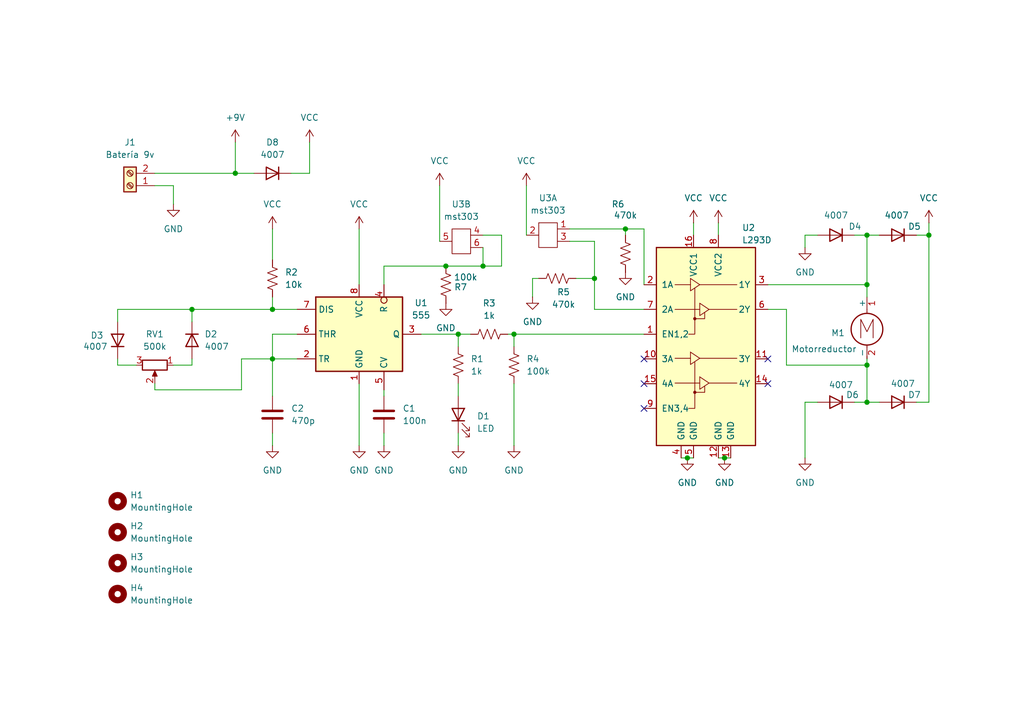
<source format=kicad_sch>
(kicad_sch (version 20250114) (generator "eeschema") (generator_version "9.0")
  (paper "A5")
  (lib_symbols
    (symbol "555_ordenado:555_wellOriented"
      (property "Reference" "U" (at 0 1.27 0))
      (property "Value" "555" (at 0 -0.762 0))
      (symbol "555_wellOriented_0_0"
        (pin power_in line (at 0 10.16 270) (length 2.54) (name "VCC") (number "8"))
        (pin power_in line (at 0 -10.16 90) (length 2.54) (name "GND") (number "1"))
      )
      (symbol "555_wellOriented_0_1"
        (rectangle (start -8.89 -7.62) (end 8.89 7.62) (stroke (width 0.254)) (fill (type background)))
        (rectangle (start -8.89 -7.62) (end 8.89 7.62) (stroke (width 0.254)) (fill (type background)))
      )
      (symbol "555_wellOriented_1_1"
        (pin input line (at -12.7 5.08 0) (length 3.81) (name "DIS") (number "7"))
        (pin input line (at -12.7 0 0) (length 3.81) (name "THR") (number "6"))
        (pin input line (at -12.7 -5.08 0) (length 3.81) (name "TR") (number "2"))
        (pin input inverted (at 5.08 10.16 270) (length 3.81) (name "R") (number "4"))
        (pin input line (at 5.08 -11.43 90) (length 3.81) (name "CV") (number "5"))
        (pin output line (at 12.7 0 180) (length 3.81) (name "Q") (number "3"))
      )
    )
    (symbol "6pdt-library:SW-onoffon-6p"
      (property "Reference" "U" (at 0 0 0))
      (symbol "SW-onoffon-6p_0_1"
        (rectangle (start -1.27 1.27) (end 2.54 -3.81))
      )
      (symbol "SW-onoffon-6p_1_1"
        (pin input line (at -3.81 -1.27 0) (length 2.54) (name "") (number "2"))
        (pin input line (at 5.08 0 180) (length 2.54) (name "") (number "1"))
        (pin input line (at 5.08 -2.54 180) (length 2.54) (name "") (number "3"))
      )
      (symbol "SW-onoffon-6p_2_1"
        (pin input line (at -3.81 -1.27 0) (length 2.54) (name "") (number "5"))
        (pin input line (at 5.08 0 180) (length 2.54) (name "") (number "4"))
        (pin input line (at 5.08 -2.54 180) (length 2.54) (name "") (number "6"))
      )
    )
    (symbol "Connector:Screw_Terminal_01x02" (pin_names (offset 1.016) (hide yes))
      (property "Reference" "J" (at 0 2.54 0))
      (property "Value" "Screw_Terminal_01x02" (at 0 -5.08 0))
      (symbol "Screw_Terminal_01x02_1_1"
        (rectangle (start -1.27 1.27) (end 1.27 -3.81) (stroke (width 0.254)) (fill (type background)))
        (polyline (pts (xy -0.5334 0.3302) (xy 0.3302 -0.508)) (stroke (width 0.1524)))
        (polyline (pts (xy -0.5334 -2.2098) (xy 0.3302 -3.048)) (stroke (width 0.1524)))
        (polyline (pts (xy -0.3556 0.508) (xy 0.508 -0.3302)) (stroke (width 0.1524)))
        (polyline (pts (xy -0.3556 -2.032) (xy 0.508 -2.8702)) (stroke (width 0.1524)))
        (circle (center 0 0) (radius 0.635) (stroke (width 0.1524)))
        (circle (center 0 -2.54) (radius 0.635) (stroke (width 0.1524)))
        (pin passive line (at -5.08 0 0) (length 3.81) (name "Pin_1") (number "1"))
        (pin passive line (at -5.08 -2.54 0) (length 3.81) (name "Pin_2") (number "2"))
      )
    )
    (symbol "Device:C" (pin_numbers (hide yes)) (pin_names (offset 0.254))
      (property "Reference" "C" (at 0.635 2.54 0))
      (property "Value" "C" (at 0.635 -2.54 0))
      (symbol "C_0_1"
        (polyline (pts (xy -2.032 0.762) (xy 2.032 0.762)) (stroke (width 0.508)))
        (polyline (pts (xy -2.032 -0.762) (xy 2.032 -0.762)) (stroke (width 0.508)))
      )
      (symbol "C_1_1"
        (pin passive line (at 0 3.81 270) (length 2.794) (name "~") (number "1"))
        (pin passive line (at 0 -3.81 90) (length 2.794) (name "~") (number "2"))
      )
    )
    (symbol "Device:LED" (pin_numbers (hide yes)) (pin_names (offset 1.016) (hide yes))
      (property "Reference" "D" (at 0 2.54 0))
      (property "Value" "LED" (at 0 -2.54 0))
      (symbol "LED_0_1"
        (polyline (pts (xy -3.048 -0.762) (xy -4.572 -2.286) (xy -3.81 -2.286) (xy -4.572 -2.286) (xy -4.572 -1.524)))
        (polyline (pts (xy -1.778 -0.762) (xy -3.302 -2.286) (xy -2.54 -2.286) (xy -3.302 -2.286) (xy -3.302 -1.524)))
        (polyline (pts (xy -1.27 0) (xy 1.27 0)))
        (polyline (pts (xy -1.27 -1.27) (xy -1.27 1.27)) (stroke (width 0.254)))
        (polyline (pts (xy 1.27 -1.27) (xy 1.27 1.27) (xy -1.27 0) (xy 1.27 -1.27)) (stroke (width 0.254)))
      )
      (symbol "LED_1_1"
        (pin passive line (at -3.81 0 0) (length 2.54) (name "K") (number "1"))
        (pin passive line (at 3.81 0 180) (length 2.54) (name "A") (number "2"))
      )
    )
    (symbol "Device:R_Potentiometer" (pin_names (offset 1.016) (hide yes))
      (property "Reference" "RV" (at -4.445 0 90))
      (property "Value" "R_Potentiometer" (at -2.54 0 90))
      (symbol "R_Potentiometer_0_1"
        (rectangle (start 1.016 2.54) (end -1.016 -2.54) (stroke (width 0.254)))
        (polyline (pts (xy 1.143 0) (xy 2.286 0.508) (xy 2.286 -0.508) (xy 1.143 0)) (fill (type outline)))
        (polyline (pts (xy 2.54 0) (xy 1.524 0)))
      )
      (symbol "R_Potentiometer_1_1"
        (pin passive line (at 0 3.81 270) (length 1.27) (name "1") (number "1"))
        (pin passive line (at 0 -3.81 90) (length 1.27) (name "3") (number "3"))
        (pin passive line (at 3.81 0 180) (length 1.27) (name "2") (number "2"))
      )
    )
    (symbol "Device:R_US" (pin_numbers (hide yes)) (pin_names (offset 0))
      (property "Reference" "R" (at 2.54 0 90))
      (property "Value" "R_US" (at -2.54 0 90))
      (symbol "R_US_0_1"
        (polyline (pts (xy 0 2.286) (xy 0 2.54)))
        (polyline (pts (xy 0 2.286) (xy 1.016 1.905) (xy 0 1.524) (xy -1.016 1.143) (xy 0 0.762)))
        (polyline (pts (xy 0 0.762) (xy 1.016 0.381) (xy 0 0) (xy -1.016 -0.381) (xy 0 -0.762)))
        (polyline (pts (xy 0 -0.762) (xy 1.016 -1.143) (xy 0 -1.524) (xy -1.016 -1.905) (xy 0 -2.286)))
        (polyline (pts (xy 0 -2.286) (xy 0 -2.54)))
      )
      (symbol "R_US_1_1"
        (pin passive line (at 0 3.81 270) (length 1.27) (name "~") (number "1"))
        (pin passive line (at 0 -3.81 90) (length 1.27) (name "~") (number "2"))
      )
    )
    (symbol "Diode:1N4148WT" (pin_numbers (hide yes)) (pin_names (hide yes))
      (property "Reference" "D" (at 0 2.54 0))
      (property "Value" "1N4148WT" (at 0 -2.54 0))
      (symbol "1N4148WT_0_1"
        (polyline (pts (xy -1.27 1.27) (xy -1.27 -1.27)) (stroke (width 0.254)))
        (polyline (pts (xy 1.27 1.27) (xy 1.27 -1.27) (xy -1.27 0) (xy 1.27 1.27)) (stroke (width 0.254)))
        (polyline (pts (xy 1.27 0) (xy -1.27 0)))
      )
      (symbol "1N4148WT_1_1"
        (pin passive line (at -3.81 0 0) (length 2.54) (name "K") (number "1"))
        (pin passive line (at 3.81 0 180) (length 2.54) (name "A") (number "2"))
      )
    )
    (symbol "Driver_Motor:L293D" (pin_names (offset 1.016))
      (property "Reference" "U" (at -5.08 26.035 0))
      (property "Value" "L293D" (at -5.08 24.13 0))
      (symbol "L293D_0_1"
        (rectangle (start -10.16 22.86) (end 10.16 -17.78) (stroke (width 0.254)) (fill (type background)))
        (polyline (pts (xy -6.35 15.24) (xy -3.175 15.24)))
        (polyline (pts (xy -6.35 10.16) (xy -1.27 10.16)))
        (polyline (pts (xy -6.35 0.127) (xy -3.175 0.127)))
        (polyline (pts (xy -6.35 -4.953) (xy -1.27 -4.953)))
        (polyline (pts (xy -3.175 16.51) (xy -3.175 13.97) (xy -1.27 15.24) (xy -3.175 16.51)))
        (polyline (pts (xy -3.175 1.397) (xy -3.175 -1.143) (xy -1.27 0.127) (xy -3.175 1.397)))
        (polyline (pts (xy -2.286 14.478) (xy -2.286 5.08) (xy -3.556 5.08)))
        (circle (center -2.286 8.255) (radius 0.254) (fill (type outline)))
        (polyline (pts (xy -2.286 8.255) (xy -0.254 8.255) (xy -0.254 9.525)))
        (polyline (pts (xy -2.286 -0.635) (xy -2.286 -10.16) (xy -3.556 -10.16)))
        (circle (center -2.286 -6.858) (radius 0.254) (fill (type outline)))
        (polyline (pts (xy -2.286 -6.858) (xy -0.254 -6.858) (xy -0.254 -5.588)))
        (polyline (pts (xy -1.27 15.24) (xy 6.35 15.24)))
        (polyline (pts (xy -1.27 11.43) (xy -1.27 8.89) (xy 0.635 10.16) (xy -1.27 11.43)))
        (polyline (pts (xy -1.27 0.127) (xy 6.35 0.127)))
        (polyline (pts (xy -1.27 -3.683) (xy -1.27 -6.223) (xy 0.635 -4.953) (xy -1.27 -3.683)))
        (polyline (pts (xy 0.635 10.16) (xy 6.35 10.16)))
        (polyline (pts (xy 0.635 -4.953) (xy 6.35 -4.953)))
      )
      (symbol "L293D_1_1"
        (pin input line (at -12.7 15.24 0) (length 2.54) (name "1A") (number "2"))
        (pin input line (at -12.7 10.16 0) (length 2.54) (name "2A") (number "7"))
        (pin input line (at -12.7 5.08 0) (length 2.54) (name "EN1,2") (number "1"))
        (pin input line (at -12.7 0 0) (length 2.54) (name "3A") (number "10"))
        (pin input line (at -12.7 -5.08 0) (length 2.54) (name "4A") (number "15"))
        (pin input line (at -12.7 -10.16 0) (length 2.54) (name "EN3,4") (number "9"))
        (pin power_in line (at -5.08 -20.32 90) (length 2.54) (name "GND") (number "4"))
        (pin power_in line (at -2.54 25.4 270) (length 2.54) (name "VCC1") (number "16"))
        (pin power_in line (at -2.54 -20.32 90) (length 2.54) (name "GND") (number "5"))
        (pin power_in line (at 2.54 25.4 270) (length 2.54) (name "VCC2") (number "8"))
        (pin power_in line (at 2.54 -20.32 90) (length 2.54) (name "GND") (number "12"))
        (pin power_in line (at 5.08 -20.32 90) (length 2.54) (name "GND") (number "13"))
        (pin output line (at 12.7 15.24 180) (length 2.54) (name "1Y") (number "3"))
        (pin output line (at 12.7 10.16 180) (length 2.54) (name "2Y") (number "6"))
        (pin output line (at 12.7 0 180) (length 2.54) (name "3Y") (number "11"))
        (pin output line (at 12.7 -5.08 180) (length 2.54) (name "4Y") (number "14"))
      )
    )
    (symbol "Mechanical:MountingHole" (pin_names (offset 1.016)) (in_bom no)
      (property "Reference" "H" (at 0 5.08 0))
      (property "Value" "MountingHole" (at 0 3.175 0))
      (symbol "MountingHole_0_1"
        (circle (center 0 0) (radius 1.27) (stroke (width 1.27)))
      )
    )
    (symbol "Motor:Motor_DC" (pin_names (offset 0))
      (property "Reference" "M" (at 2.54 2.54 0))
      (property "Value" "Motor_DC" (at 2.54 -5.08 0))
      (symbol "Motor_DC_0_0"
        (polyline (pts (xy -1.27 -3.302) (xy -1.27 0.508) (xy 0 -2.032) (xy 1.27 0.508) (xy 1.27 -3.302)))
      )
      (symbol "Motor_DC_0_1"
        (polyline (pts (xy 0 2.032) (xy 0 2.54)))
        (polyline (pts (xy 0 1.7272) (xy 0 2.0828)))
        (circle (center 0 -1.524) (radius 3.2512) (stroke (width 0.254)))
        (polyline (pts (xy 0 -4.7752) (xy 0 -5.1816)))
        (polyline (pts (xy 0 -7.62) (xy 0 -7.112)))
      )
      (symbol "Motor_DC_1_1"
        (pin passive line (at 0 5.08 270) (length 2.54) (name "+") (number "1"))
        (pin passive line (at 0 -7.62 90) (length 2.54) (name "-") (number "2"))
      )
    )
    (symbol "power:+9V" (power) (pin_numbers (hide yes)) (pin_names (offset 0) (hide yes))
      (property "Value" "+9V" (at 0 3.556 0))
      (symbol "+9V_0_1"
        (polyline (pts (xy -0.762 1.27) (xy 0 2.54)))
        (polyline (pts (xy 0 2.54) (xy 0.762 1.27)))
        (polyline (pts (xy 0 0) (xy 0 2.54)))
      )
      (symbol "+9V_1_1"
        (pin power_in line (at 0 0 90) (length 0) (name "~") (number "1"))
      )
    )
    (symbol "power:GND" (power) (pin_numbers (hide yes)) (pin_names (offset 0) (hide yes))
      (property "Value" "GND" (at 0 -3.81 0))
      (symbol "GND_0_1"
        (polyline (pts (xy 0 0) (xy 0 -1.27) (xy 1.27 -1.27) (xy 0 -2.54) (xy -1.27 -1.27) (xy 0 -1.27)))
      )
      (symbol "GND_1_1"
        (pin power_in line (at 0 0 270) (length 0) (name "~") (number "1"))
      )
    )
    (symbol "power:VCC" (power) (pin_numbers (hide yes)) (pin_names (offset 0) (hide yes))
      (property "Value" "VCC" (at 0 3.556 0))
      (symbol "VCC_0_1"
        (polyline (pts (xy -0.762 1.27) (xy 0 2.54)))
        (polyline (pts (xy 0 2.54) (xy 0.762 1.27)))
        (polyline (pts (xy 0 0) (xy 0 2.54)))
      )
      (symbol "VCC_1_1"
        (pin power_in line (at 0 0 90) (length 0) (name "~") (number "1"))
      )
    )
  )
  (junction (at 105.41 68.58))
  (junction (at 148.59 93.98))
  (junction (at 177.8 82.55))
  (junction (at 128.27 46.99))
  (junction (at 55.88 63.5))
  (junction (at 177.8 74.93))
  (junction (at 93.98 68.58))
  (junction (at 177.8 58.42))
  (junction (at 48.26 35.56))
  (junction (at 39.37 63.5))
  (junction (at 99.06 54.61))
  (junction (at 55.88 73.66))
  (junction (at 190.5 48.26))
  (junction (at 91.44 54.61))
  (junction (at 121.92 57.15))
  (junction (at 140.97 93.98))
  (junction (at 177.8 48.26))
  (no_connect (at 157.48 78.74))
  (no_connect (at 157.48 73.66))
  (no_connect (at 132.08 73.66))
  (no_connect (at 132.08 78.74))
  (no_connect (at 132.08 83.82))
  (wire (pts (xy 102.87 48.26) (xy 102.87 54.61)))
  (wire (pts (xy 60.96 68.58) (xy 55.88 68.58)))
  (wire (pts (xy 63.5 35.56) (xy 63.5 29.21)))
  (wire (pts (xy 48.26 35.56) (xy 48.26 29.21)))
  (wire (pts (xy 107.95 38.1) (xy 107.95 48.26)))
  (wire (pts (xy 78.74 88.9) (xy 78.74 91.44)))
  (wire (pts (xy 59.69 35.56) (xy 63.5 35.56)))
  (wire (pts (xy 31.75 80.01) (xy 31.75 78.74)))
  (wire (pts (xy 39.37 74.93) (xy 35.56 74.93)))
  (wire (pts (xy 105.41 71.12) (xy 105.41 68.58)))
  (wire (pts (xy 24.13 74.93) (xy 24.13 73.66)))
  (wire (pts (xy 52.07 35.56) (xy 48.26 35.56)))
  (wire (pts (xy 147.32 93.98) (xy 148.59 93.98)))
  (wire (pts (xy 109.22 60.96) (xy 109.22 57.15)))
  (wire (pts (xy 86.36 68.58) (xy 93.98 68.58)))
  (wire (pts (xy 73.66 78.74) (xy 73.66 91.44)))
  (wire (pts (xy 24.13 63.5) (xy 24.13 66.04)))
  (wire (pts (xy 102.87 54.61) (xy 99.06 54.61)))
  (wire (pts (xy 31.75 38.1) (xy 35.56 38.1)))
  (wire (pts (xy 161.29 63.5) (xy 161.29 74.93)))
  (wire (pts (xy 39.37 63.5) (xy 39.37 66.04)))
  (wire (pts (xy 157.48 58.42) (xy 177.8 58.42)))
  (wire (pts (xy 39.37 73.66) (xy 39.37 74.93)))
  (wire (pts (xy 180.34 82.55) (xy 177.8 82.55)))
  (wire (pts (xy 128.27 46.99) (xy 116.84 46.99)))
  (wire (pts (xy 60.96 63.5) (xy 55.88 63.5)))
  (wire (pts (xy 99.06 54.61) (xy 91.44 54.61)))
  (wire (pts (xy 99.06 48.26) (xy 102.87 48.26)))
  (wire (pts (xy 93.98 88.9) (xy 93.98 91.44)))
  (wire (pts (xy 93.98 71.12) (xy 93.98 68.58)))
  (wire (pts (xy 128.27 46.99) (xy 128.27 48.26)))
  (wire (pts (xy 187.96 48.26) (xy 190.5 48.26)))
  (wire (pts (xy 142.24 45.72) (xy 142.24 48.26)))
  (wire (pts (xy 55.88 60.96) (xy 55.88 63.5)))
  (wire (pts (xy 55.88 73.66) (xy 49.53 73.66)))
  (wire (pts (xy 177.8 58.42) (xy 177.8 60.96)))
  (wire (pts (xy 78.74 81.28) (xy 78.74 80.01)))
  (wire (pts (xy 49.53 80.01) (xy 31.75 80.01)))
  (wire (pts (xy 165.1 48.26) (xy 165.1 50.8)))
  (wire (pts (xy 177.8 48.26) (xy 177.8 58.42)))
  (wire (pts (xy 175.26 48.26) (xy 177.8 48.26)))
  (wire (pts (xy 177.8 48.26) (xy 180.34 48.26)))
  (wire (pts (xy 93.98 68.58) (xy 96.52 68.58)))
  (wire (pts (xy 190.5 48.26) (xy 190.5 82.55)))
  (wire (pts (xy 78.74 58.42) (xy 78.74 54.61)))
  (wire (pts (xy 165.1 82.55) (xy 167.64 82.55)))
  (wire (pts (xy 175.26 82.55) (xy 177.8 82.55)))
  (wire (pts (xy 187.96 82.55) (xy 190.5 82.55)))
  (wire (pts (xy 39.37 63.5) (xy 55.88 63.5)))
  (wire (pts (xy 190.5 45.72) (xy 190.5 48.26)))
  (wire (pts (xy 121.92 49.53) (xy 116.84 49.53)))
  (wire (pts (xy 118.11 57.15) (xy 121.92 57.15)))
  (wire (pts (xy 140.97 93.98) (xy 142.24 93.98)))
  (wire (pts (xy 55.88 46.99) (xy 55.88 53.34)))
  (wire (pts (xy 132.08 58.42) (xy 132.08 46.99)))
  (wire (pts (xy 109.22 57.15) (xy 110.49 57.15)))
  (wire (pts (xy 90.17 38.1) (xy 90.17 49.53)))
  (wire (pts (xy 121.92 49.53) (xy 121.92 57.15)))
  (wire (pts (xy 49.53 73.66) (xy 49.53 80.01)))
  (wire (pts (xy 177.8 74.93) (xy 177.8 82.55)))
  (wire (pts (xy 140.97 93.98) (xy 139.7 93.98)))
  (wire (pts (xy 73.66 46.99) (xy 73.66 58.42)))
  (wire (pts (xy 121.92 63.5) (xy 132.08 63.5)))
  (wire (pts (xy 55.88 81.28) (xy 55.88 73.66)))
  (wire (pts (xy 55.88 73.66) (xy 60.96 73.66)))
  (wire (pts (xy 177.8 73.66) (xy 177.8 74.93)))
  (wire (pts (xy 148.59 93.98) (xy 149.86 93.98)))
  (wire (pts (xy 104.14 68.58) (xy 105.41 68.58)))
  (wire (pts (xy 105.41 68.58) (xy 132.08 68.58)))
  (wire (pts (xy 31.75 35.56) (xy 48.26 35.56)))
  (wire (pts (xy 167.64 48.26) (xy 165.1 48.26)))
  (wire (pts (xy 27.94 74.93) (xy 24.13 74.93)))
  (wire (pts (xy 91.44 54.61) (xy 78.74 54.61)))
  (wire (pts (xy 165.1 93.98) (xy 165.1 82.55)))
  (wire (pts (xy 99.06 50.8) (xy 99.06 54.61)))
  (wire (pts (xy 121.92 57.15) (xy 121.92 63.5)))
  (wire (pts (xy 132.08 46.99) (xy 128.27 46.99)))
  (wire (pts (xy 157.48 63.5) (xy 161.29 63.5)))
  (wire (pts (xy 93.98 81.28) (xy 93.98 78.74)))
  (wire (pts (xy 105.41 78.74) (xy 105.41 91.44)))
  (wire (pts (xy 161.29 74.93) (xy 177.8 74.93)))
  (wire (pts (xy 55.88 88.9) (xy 55.88 91.44)))
  (wire (pts (xy 55.88 68.58) (xy 55.88 73.66)))
  (wire (pts (xy 35.56 38.1) (xy 35.56 41.91)))
  (wire (pts (xy 24.13 63.5) (xy 39.37 63.5)))
  (wire (pts (xy 147.32 45.72) (xy 147.32 48.26)))
  (symbol (lib_id "Device:R_US") (at 93.98 74.93 0) (unit 1)
    (property "Reference" "R1" (at 96.52 73.6599 0) (effects (justify left)))
    (property "Value" "1k" (at 96.52 76.1999 0) (effects (justify left)))
    (property "Footprint" "Resistor_THT:R_Axial_DIN0207_L6.3mm_D2.5mm_P10.16mm_Horizontal" (effects (hide yes)))
    (property "Description" "Resistor, US symbol" (effects (hide yes)))
  )
  (symbol (lib_id "power:VCC") (at 63.5 29.21 0) (unit 1)
    (property "Reference" "#PWR021" (effects (hide yes)))
    (property "Value" "VCC" (at 63.5 24.13 0))
    (property "Description" "Power symbol creates a global label with name \"VCC\"" (effects (hide yes)))
  )
  (symbol (lib_id "power:VCC") (at 107.95 38.1 0) (unit 1)
    (property "Reference" "#PWR026" (effects (hide yes)))
    (property "Value" "VCC" (at 107.95 33.02 0))
    (property "Description" "Power symbol creates a global label with name \"VCC\"" (effects (hide yes)))
  )
  (symbol (lib_id "Diode:1N4148WT") (at 184.15 82.55 0) (mirror y) (unit 1)
    (property "Reference" "D7" (at 186.182 81.026 0) (effects (justify right)))
    (property "Value" "4007" (at 182.626 78.74 0) (effects (justify right)))
    (property "Footprint" "Diode_THT:D_A-405_P10.16mm_Horizontal" (effects (hide yes)))
    (property "Datasheet" "https://www.diodes.com/assets/Datasheets/ds30396.pdf" (effects (hide yes)))
    (property "Description" "75V 0.15A Fast switching Diode, SOD-523" (effects (hide yes)))
    (property "Sim.Device" "D" (effects (hide yes)))
    (property "Sim.Pins" "1=K 2=A" (effects (hide yes)))
  )
  (symbol (lib_id "power:+9V") (at 48.26 29.21 0) (unit 1)
    (property "Reference" "#PWR02" (effects (hide yes)))
    (property "Value" "+9V" (at 48.26 24.13 0))
    (property "Description" "Power symbol creates a global label with name \"+9V\"" (effects (hide yes)))
  )
  (symbol (lib_id "Mechanical:MountingHole") (at 24.13 115.57 0) (unit 1) (in_bom no)
    (property "Reference" "H3" (at 26.67 114.2999 0) (effects (justify left)))
    (property "Value" "MountingHole" (at 26.67 116.8399 0) (effects (justify left)))
    (property "Footprint" "MountingHole:MountingHole_2.7mm" (effects (hide yes)))
    (property "Description" "Mounting Hole without connection" (effects (hide yes)))
  )
  (symbol (lib_id "power:GND") (at 78.74 91.44 0) (unit 1)
    (property "Reference" "#PWR04" (effects (hide yes)))
    (property "Value" "GND" (at 78.74 96.52 0))
    (property "Description" "Power symbol creates a global label with name \"GND\" , ground" (effects (hide yes)))
  )
  (symbol (lib_id "Connector:Screw_Terminal_01x02") (at 26.67 38.1 180) (unit 1)
    (property "Reference" "J1" (at 26.67 29.21 0))
    (property "Value" "Batería 9v" (at 26.67 31.75 0))
    (property "Footprint" "TerminalBlock:TerminalBlock_MaiXu_MX126-5.0-02P_1x02_P5.00mm" (effects (hide yes)))
    (property "Description" "Generic screw terminal, single row, 01x02, script generated (kicad-library-utils/schlib/autogen/connector/)" (effects (hide yes)))
  )
  (symbol (lib_id "power:VCC") (at 142.24 45.72 0) (unit 1)
    (property "Reference" "#PWR028" (effects (hide yes)))
    (property "Value" "VCC" (at 142.24 40.64 0))
    (property "Description" "Power symbol creates a global label with name \"VCC\"" (effects (hide yes)))
  )
  (symbol (lib_id "Device:C") (at 55.88 85.09 0) (unit 1)
    (property "Reference" "C2" (at 59.69 83.8199 0) (effects (justify left)))
    (property "Value" "470p" (at 59.69 86.3599 0) (effects (justify left)))
    (property "Footprint" "Capacitor_THT:C_Disc_D5.1mm_W3.2mm_P5.00mm" (effects (hide yes)))
    (property "Description" "Unpolarized capacitor" (effects (hide yes)))
  )
  (symbol (lib_id "Driver_Motor:L293D") (at 144.78 73.66 0) (unit 1)
    (property "Reference" "U2" (at 152.146 46.736 0) (effects (justify left)))
    (property "Value" "L293D" (at 152.146 49.276 0) (effects (justify left)))
    (property "Footprint" "Package_DIP:DIP-16_W7.62mm" (effects (hide yes)))
    (property "Datasheet" "http://www.ti.com/lit/ds/symlink/l293.pdf" (effects (hide yes)))
    (property "Description" "Quadruple Half-H Drivers" (effects (hide yes)))
  )
  (symbol (lib_id "power:VCC") (at 147.32 45.72 0) (unit 1)
    (property "Reference" "#PWR027" (effects (hide yes)))
    (property "Value" "VCC" (at 147.32 40.64 0))
    (property "Description" "Power symbol creates a global label with name \"VCC\"" (effects (hide yes)))
  )
  (symbol (lib_id "power:VCC") (at 55.88 46.99 0) (unit 1)
    (property "Reference" "#PWR023" (effects (hide yes)))
    (property "Value" "VCC" (at 55.88 41.91 0))
    (property "Description" "Power symbol creates a global label with name \"VCC\"" (effects (hide yes)))
  )
  (symbol (lib_id "power:GND") (at 165.1 93.98 0) (unit 1)
    (property "Reference" "#PWR010" (effects (hide yes)))
    (property "Value" "GND" (at 165.1 99.06 0))
    (property "Description" "Power symbol creates a global label with name \"GND\" , ground" (effects (hide yes)))
  )
  (symbol (lib_id "6pdt-library:SW-onoffon-6p") (at 111.76 46.99 0) (unit 1)
    (property "Reference" "U3" (at 112.395 40.64 0))
    (property "Value" "mst303" (at 112.395 43.18 0))
    (property "Footprint" "Connector_PinHeader_2.54mm:PinHeader_1x05_P2.54mm_Vertical" (effects (hide yes)))
  )
  (symbol (lib_id "Device:LED") (at 93.98 85.09 90) (unit 1)
    (property "Reference" "D1" (at 97.79 85.4074 90) (effects (justify right)))
    (property "Value" "LED" (at 97.79 87.9474 90) (effects (justify right)))
    (property "Footprint" "LED_THT:LED_D3.0mm_Clear" (effects (hide yes)))
    (property "Description" "Light emitting diode" (effects (hide yes)))
    (property "Sim.Pins" "1=K 2=A" (effects (hide yes)))
  )
  (symbol (lib_id "power:GND") (at 93.98 91.44 0) (unit 1)
    (property "Reference" "#PWR01" (effects (hide yes)))
    (property "Value" "GND" (at 93.98 96.52 0))
    (property "Description" "Power symbol creates a global label with name \"GND\" , ground" (effects (hide yes)))
  )
  (symbol (lib_id "power:GND") (at 165.1 50.8 0) (unit 1)
    (property "Reference" "#PWR017" (effects (hide yes)))
    (property "Value" "GND" (at 165.1 55.88 0))
    (property "Description" "Power symbol creates a global label with name \"GND\" , ground" (effects (hide yes)))
  )
  (symbol (lib_id "Device:C") (at 78.74 85.09 0) (unit 1)
    (property "Reference" "C1" (at 82.55 83.8199 0) (effects (justify left)))
    (property "Value" "100n" (at 82.55 86.3599 0) (effects (justify left)))
    (property "Footprint" "Capacitor_THT:C_Disc_D5.0mm_W2.5mm_P2.50mm" (effects (hide yes)))
    (property "Description" "Unpolarized capacitor" (effects (hide yes)))
  )
  (symbol (lib_id "Diode:1N4148WT") (at 55.88 35.56 180) (unit 1)
    (property "Reference" "D8" (at 55.88 29.21 0))
    (property "Value" "4007" (at 55.88 31.75 0))
    (property "Footprint" "Diode_THT:D_A-405_P10.16mm_Horizontal" (effects (hide yes)))
    (property "Datasheet" "https://www.diodes.com/assets/Datasheets/ds30396.pdf" (effects (hide yes)))
    (property "Description" "75V 0.15A Fast switching Diode, SOD-523" (effects (hide yes)))
    (property "Sim.Device" "D" (effects (hide yes)))
    (property "Sim.Pins" "1=K 2=A" (effects (hide yes)))
  )
  (symbol (lib_id "Diode:1N4148WT") (at 171.45 82.55 0) (mirror y) (unit 1)
    (property "Reference" "D6" (at 173.482 81.026 0) (effects (justify right)))
    (property "Value" "4007" (at 169.926 78.994 0) (effects (justify right)))
    (property "Footprint" "Diode_THT:D_A-405_P10.16mm_Horizontal" (effects (hide yes)))
    (property "Datasheet" "https://www.diodes.com/assets/Datasheets/ds30396.pdf" (effects (hide yes)))
    (property "Description" "75V 0.15A Fast switching Diode, SOD-523" (effects (hide yes)))
    (property "Sim.Device" "D" (effects (hide yes)))
    (property "Sim.Pins" "1=K 2=A" (effects (hide yes)))
  )
  (symbol (lib_id "power:VCC") (at 190.5 45.72 0) (unit 1)
    (property "Reference" "#PWR029" (effects (hide yes)))
    (property "Value" "VCC" (at 190.5 40.64 0))
    (property "Description" "Power symbol creates a global label with name \"VCC\"" (effects (hide yes)))
  )
  (symbol (lib_id "Device:R_US") (at 105.41 74.93 0) (unit 1)
    (property "Reference" "R4" (at 107.95 73.6599 0) (effects (justify left)))
    (property "Value" "100k" (at 107.95 76.1999 0) (effects (justify left)))
    (property "Footprint" "Resistor_THT:R_Axial_DIN0207_L6.3mm_D2.5mm_P10.16mm_Horizontal" (effects (hide yes)))
    (property "Description" "Resistor, US symbol" (effects (hide yes)))
  )
  (symbol (lib_id "Mechanical:MountingHole") (at 24.13 102.87 0) (unit 1) (in_bom no)
    (property "Reference" "H1" (at 26.67 101.5999 0) (effects (justify left)))
    (property "Value" "MountingHole" (at 26.67 104.1399 0) (effects (justify left)))
    (property "Footprint" "MountingHole:MountingHole_2.7mm" (effects (hide yes)))
    (property "Description" "Mounting Hole without connection" (effects (hide yes)))
  )
  (symbol (lib_id "power:GND") (at 105.41 91.44 0) (unit 1)
    (property "Reference" "#PWR08" (effects (hide yes)))
    (property "Value" "GND" (at 105.41 96.52 0))
    (property "Description" "Power symbol creates a global label with name \"GND\" , ground" (effects (hide yes)))
  )
  (symbol (lib_id "Device:R_US") (at 55.88 57.15 0) (unit 1)
    (property "Reference" "R2" (at 58.42 55.8799 0) (effects (justify left)))
    (property "Value" "10k" (at 58.42 58.4199 0) (effects (justify left)))
    (property "Footprint" "Resistor_THT:R_Axial_DIN0207_L6.3mm_D2.5mm_P10.16mm_Horizontal" (effects (hide yes)))
    (property "Description" "Resistor, US symbol" (effects (hide yes)))
  )
  (symbol (lib_id "Diode:1N4148WT") (at 171.45 48.26 0) (mirror y) (unit 1)
    (property "Reference" "D4" (at 173.99 46.482 0) (effects (justify right)))
    (property "Value" "4007" (at 168.91 44.196 0) (effects (justify right)))
    (property "Footprint" "Diode_THT:D_A-405_P10.16mm_Horizontal" (effects (hide yes)))
    (property "Datasheet" "https://www.diodes.com/assets/Datasheets/ds30396.pdf" (effects (hide yes)))
    (property "Description" "75V 0.15A Fast switching Diode, SOD-523" (effects (hide yes)))
    (property "Sim.Device" "D" (effects (hide yes)))
    (property "Sim.Pins" "1=K 2=A" (effects (hide yes)))
  )
  (symbol (lib_id "power:GND") (at 140.97 93.98 0) (unit 1)
    (property "Reference" "#PWR019" (effects (hide yes)))
    (property "Value" "GND" (at 140.97 99.06 0))
    (property "Description" "Power symbol creates a global label with name \"GND\" , ground" (effects (hide yes)))
  )
  (symbol (lib_id "power:GND") (at 109.22 60.96 0) (unit 1)
    (property "Reference" "#PWR015" (effects (hide yes)))
    (property "Value" "GND" (at 109.22 66.04 0))
    (property "Description" "Power symbol creates a global label with name \"GND\" , ground" (effects (hide yes)))
  )
  (symbol (lib_id "Device:R_Potentiometer") (at 31.75 74.93 270) (unit 1)
    (property "Reference" "RV1" (at 31.75 68.58 90))
    (property "Value" "500k" (at 31.75 71.12 90))
    (property "Footprint" "Potentiometer_THT:Potentiometer_Omeg_PC16BU_Vertical" (effects (hide yes)))
    (property "Description" "Potentiometer" (effects (hide yes)))
  )
  (symbol (lib_id "Mechanical:MountingHole") (at 24.13 109.22 0) (unit 1) (in_bom no)
    (property "Reference" "H2" (at 26.67 107.9499 0) (effects (justify left)))
    (property "Value" "MountingHole" (at 26.67 110.4899 0) (effects (justify left)))
    (property "Footprint" "MountingHole:MountingHole_2.7mm" (effects (hide yes)))
    (property "Description" "Mounting Hole without connection" (effects (hide yes)))
  )
  (symbol (lib_id "power:GND") (at 73.66 91.44 0) (unit 1)
    (property "Reference" "#PWR03" (effects (hide yes)))
    (property "Value" "GND" (at 73.66 96.52 0))
    (property "Description" "Power symbol creates a global label with name \"GND\" , ground" (effects (hide yes)))
  )
  (symbol (lib_id "power:GND") (at 91.44 62.23 0) (unit 1)
    (property "Reference" "#PWR018" (effects (hide yes)))
    (property "Value" "GND" (at 91.44 67.31 0))
    (property "Description" "Power symbol creates a global label with name \"GND\" , ground" (effects (hide yes)))
  )
  (symbol (lib_id "Device:R_US") (at 100.33 68.58 90) (unit 1)
    (property "Reference" "R3" (at 100.33 62.23 90))
    (property "Value" "1k" (at 100.33 64.77 90))
    (property "Footprint" "Resistor_THT:R_Axial_DIN0207_L6.3mm_D2.5mm_P10.16mm_Horizontal" (effects (hide yes)))
    (property "Description" "Resistor, US symbol" (effects (hide yes)))
  )
  (symbol (lib_id "power:GND") (at 148.59 93.98 0) (unit 1)
    (property "Reference" "#PWR020" (effects (hide yes)))
    (property "Value" "GND" (at 148.59 99.06 0))
    (property "Description" "Power symbol creates a global label with name \"GND\" , ground" (effects (hide yes)))
  )
  (symbol (lib_id "Device:R_US") (at 128.27 52.07 180) (unit 1)
    (property "Reference" "R6" (at 126.746 41.91 0))
    (property "Value" "470k" (at 128.27 44.196 0))
    (property "Footprint" "Resistor_THT:R_Axial_DIN0207_L6.3mm_D2.5mm_P10.16mm_Horizontal" (effects (hide yes)))
    (property "Description" "Resistor, US symbol" (effects (hide yes)))
  )
  (symbol (lib_id "power:GND") (at 55.88 91.44 0) (unit 1)
    (property "Reference" "#PWR07" (effects (hide yes)))
    (property "Value" "GND" (at 55.88 96.52 0))
    (property "Description" "Power symbol creates a global label with name \"GND\" , ground" (effects (hide yes)))
  )
  (symbol (lib_id "Motor:Motor_DC") (at 177.8 66.04 0) (unit 1)
    (property "Reference" "M1" (at 170.434 68.326 0) (effects (justify left)))
    (property "Value" "Motorreductor" (at 162.306 71.628 0) (effects (justify left)))
    (property "Footprint" "TerminalBlock:TerminalBlock_MaiXu_MX126-5.0-02P_1x02_P5.00mm" (effects (hide yes)))
    (property "Description" "DC Motor" (effects (hide yes)))
  )
  (symbol (lib_id "power:VCC") (at 73.66 46.99 0) (unit 1)
    (property "Reference" "#PWR024" (effects (hide yes)))
    (property "Value" "VCC" (at 73.66 41.91 0))
    (property "Description" "Power symbol creates a global label with name \"VCC\"" (effects (hide yes)))
  )
  (symbol (lib_id "6pdt-library:SW-onoffon-6p") (at 93.98 48.26 0) (unit 2)
    (property "Reference" "U3" (at 94.615 41.91 0))
    (property "Value" "mst303" (at 94.615 44.45 0))
    (property "Footprint" "Connector_PinHeader_2.54mm:PinHeader_1x05_P2.54mm_Vertical" (effects (hide yes)))
  )
  (symbol (lib_id "Mechanical:MountingHole") (at 24.13 121.92 0) (unit 1) (in_bom no)
    (property "Reference" "H4" (at 26.67 120.6499 0) (effects (justify left)))
    (property "Value" "MountingHole" (at 26.67 123.1899 0) (effects (justify left)))
    (property "Footprint" "MountingHole:MountingHole_2.7mm" (effects (hide yes)))
    (property "Description" "Mounting Hole without connection" (effects (hide yes)))
  )
  (symbol (lib_id "power:GND") (at 35.56 41.91 0) (unit 1)
    (property "Reference" "#PWR022" (effects (hide yes)))
    (property "Value" "GND" (at 35.56 46.99 0))
    (property "Description" "Power symbol creates a global label with name \"GND\" , ground" (effects (hide yes)))
  )
  (symbol (lib_id "Diode:1N4148WT") (at 24.13 69.85 90) (unit 1)
    (property "Reference" "D3" (at 18.542 68.834 90) (effects (justify right)))
    (property "Value" "4007" (at 17.018 71.12 90) (effects (justify right)))
    (property "Footprint" "Diode_THT:D_A-405_P10.16mm_Horizontal" (effects (hide yes)))
    (property "Datasheet" "https://www.diodes.com/assets/Datasheets/ds30396.pdf" (effects (hide yes)))
    (property "Description" "75V 0.15A Fast switching Diode, SOD-523" (effects (hide yes)))
    (property "Sim.Device" "D" (effects (hide yes)))
    (property "Sim.Pins" "1=K 2=A" (effects (hide yes)))
  )
  (symbol (lib_id "Diode:1N4148WT") (at 184.15 48.26 0) (mirror y) (unit 1)
    (property "Reference" "D5" (at 186.182 46.482 0) (effects (justify right)))
    (property "Value" "4007" (at 181.356 44.196 0) (effects (justify right)))
    (property "Footprint" "Diode_THT:D_A-405_P10.16mm_Horizontal" (effects (hide yes)))
    (property "Datasheet" "https://www.diodes.com/assets/Datasheets/ds30396.pdf" (effects (hide yes)))
    (property "Description" "75V 0.15A Fast switching Diode, SOD-523" (effects (hide yes)))
    (property "Sim.Device" "D" (effects (hide yes)))
    (property "Sim.Pins" "1=K 2=A" (effects (hide yes)))
  )
  (symbol (lib_id "Device:R_US") (at 114.3 57.15 90) (unit 1)
    (property "Reference" "R5" (at 115.57 59.944 90))
    (property "Value" "470k" (at 115.57 62.484 90))
    (property "Footprint" "Resistor_THT:R_Axial_DIN0207_L6.3mm_D2.5mm_P10.16mm_Horizontal" (effects (hide yes)))
    (property "Description" "Resistor, US symbol" (effects (hide yes)))
  )
  (symbol (lib_id "Diode:1N4148WT") (at 39.37 69.85 270) (unit 1)
    (property "Reference" "D2" (at 41.91 68.5799 90) (effects (justify left)))
    (property "Value" "4007" (at 41.91 71.1199 90) (effects (justify left)))
    (property "Footprint" "Diode_THT:D_A-405_P10.16mm_Horizontal" (effects (hide yes)))
    (property "Datasheet" "https://www.diodes.com/assets/Datasheets/ds30396.pdf" (effects (hide yes)))
    (property "Description" "75V 0.15A Fast switching Diode, SOD-523" (effects (hide yes)))
    (property "Sim.Device" "D" (effects (hide yes)))
    (property "Sim.Pins" "1=K 2=A" (effects (hide yes)))
  )
  (symbol (lib_id "555_ordenado:555_wellOriented") (at 73.66 68.58 0) (unit 1)
    (property "Reference" "U1" (at 86.36 62.1598 0))
    (property "Value" "555" (at 86.36 64.6998 0))
    (property "Footprint" "Package_DIP:DIP-8_W7.62mm_Socket_LongPads" (effects (hide yes)))
  )
  (symbol (lib_id "Device:R_US") (at 91.44 58.42 180) (unit 1)
    (property "Reference" "R7" (at 94.488 58.928 0))
    (property "Value" "100k" (at 95.504 56.896 0))
    (property "Footprint" "Resistor_THT:R_Axial_DIN0207_L6.3mm_D2.5mm_P10.16mm_Horizontal" (effects (hide yes)))
    (property "Description" "Resistor, US symbol" (effects (hide yes)))
  )
  (symbol (lib_id "power:VCC") (at 90.17 38.1 0) (unit 1)
    (property "Reference" "#PWR025" (effects (hide yes)))
    (property "Value" "VCC" (at 90.17 33.02 0))
    (property "Description" "Power symbol creates a global label with name \"VCC\"" (effects (hide yes)))
  )
  (symbol (lib_id "power:GND") (at 128.27 55.88 0) (unit 1)
    (property "Reference" "#PWR09" (effects (hide yes)))
    (property "Value" "GND" (at 128.27 60.96 0))
    (property "Description" "Power symbol creates a global label with name \"GND\" , ground" (effects (hide yes)))
  )
)
</source>
